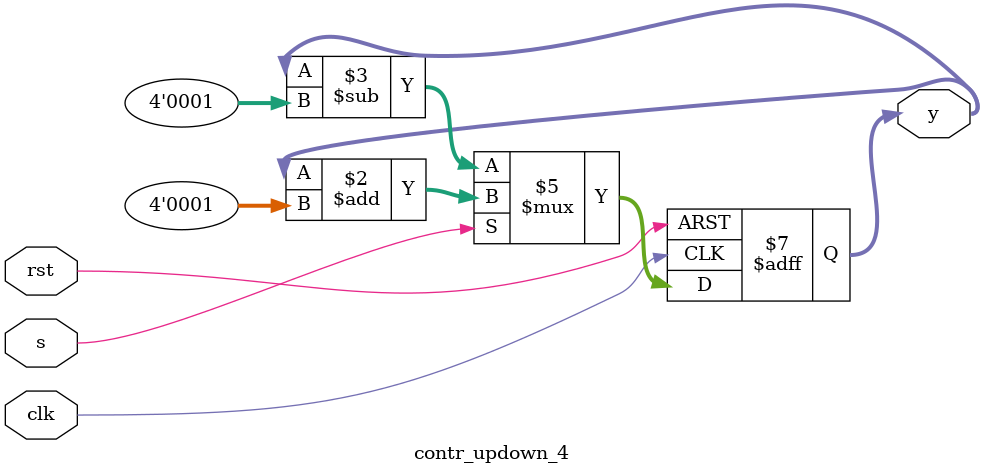
<source format=v>
`timescale 1ns / 1ps
module contr_updown_4(
    input clk,
    input rst,
    input s,
    output reg[3:0]y
    );
	 

    always @(posedge clk or posedge rst )
	   begin
		  if (rst) 
			  y<=4'b0000;  
		  else
		   begin
			  if (s) 
			    y<=y+4'b0001;
			  else 
			    y<=y-4'b0001;
			end
		end
endmodule

</source>
